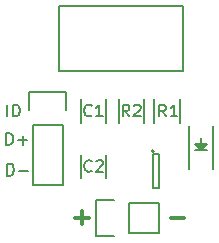
<source format=gbr>
G04 #@! TF.FileFunction,Legend,Top*
%FSLAX46Y46*%
G04 Gerber Fmt 4.6, Leading zero omitted, Abs format (unit mm)*
G04 Created by KiCad (PCBNEW 4.0.2-stable) date 3/23/2016 4:19:06 PM*
%MOMM*%
G01*
G04 APERTURE LIST*
%ADD10C,0.100000*%
%ADD11C,0.300000*%
%ADD12C,0.200000*%
%ADD13C,0.150000*%
G04 APERTURE END LIST*
D10*
D11*
X174828572Y-99607143D02*
X175971429Y-99607143D01*
X166728572Y-99607143D02*
X167871429Y-99607143D01*
X167300000Y-100178571D02*
X167300000Y-99035714D01*
D12*
X160969048Y-96052381D02*
X160969048Y-95052381D01*
X161207143Y-95052381D01*
X161350001Y-95100000D01*
X161445239Y-95195238D01*
X161492858Y-95290476D01*
X161540477Y-95480952D01*
X161540477Y-95623810D01*
X161492858Y-95814286D01*
X161445239Y-95909524D01*
X161350001Y-96004762D01*
X161207143Y-96052381D01*
X160969048Y-96052381D01*
X161969048Y-95671429D02*
X162730953Y-95671429D01*
X160919048Y-93452381D02*
X160919048Y-92452381D01*
X161157143Y-92452381D01*
X161300001Y-92500000D01*
X161395239Y-92595238D01*
X161442858Y-92690476D01*
X161490477Y-92880952D01*
X161490477Y-93023810D01*
X161442858Y-93214286D01*
X161395239Y-93309524D01*
X161300001Y-93404762D01*
X161157143Y-93452381D01*
X160919048Y-93452381D01*
X161919048Y-93071429D02*
X162680953Y-93071429D01*
X162300001Y-93452381D02*
X162300001Y-92690476D01*
X161000000Y-91052381D02*
X161000000Y-90052381D01*
X161476190Y-91052381D02*
X161476190Y-90052381D01*
X161714285Y-90052381D01*
X161857143Y-90100000D01*
X161952381Y-90195238D01*
X162000000Y-90290476D01*
X162047619Y-90480952D01*
X162047619Y-90623810D01*
X162000000Y-90814286D01*
X161952381Y-90909524D01*
X161857143Y-91004762D01*
X161714285Y-91052381D01*
X161476190Y-91052381D01*
D13*
X163130000Y-91770000D02*
X163130000Y-96850000D01*
X163130000Y-96850000D02*
X165670000Y-96850000D01*
X165670000Y-96850000D02*
X165670000Y-91770000D01*
X165950000Y-88950000D02*
X165950000Y-90500000D01*
X165670000Y-91770000D02*
X163130000Y-91770000D01*
X162850000Y-90500000D02*
X162850000Y-88950000D01*
X162850000Y-88950000D02*
X165950000Y-88950000D01*
X171320000Y-98380000D02*
X173860000Y-98380000D01*
X168500000Y-98100000D02*
X170050000Y-98100000D01*
X171320000Y-98380000D02*
X171320000Y-100920000D01*
X170050000Y-101200000D02*
X168500000Y-101200000D01*
X168500000Y-101200000D02*
X168500000Y-98100000D01*
X171320000Y-100920000D02*
X173860000Y-100920000D01*
X173860000Y-100920000D02*
X173860000Y-98380000D01*
X173400000Y-94000000D02*
G75*
G03X173400000Y-94000000I-100000J0D01*
G01*
X173850000Y-94250000D02*
X173350000Y-94250000D01*
X173850000Y-97150000D02*
X173850000Y-94250000D01*
X173350000Y-97150000D02*
X173850000Y-97150000D01*
X173350000Y-94250000D02*
X173350000Y-97150000D01*
X169375000Y-89600000D02*
X169375000Y-91600000D01*
X167225000Y-91600000D02*
X167225000Y-89600000D01*
X169375000Y-94300000D02*
X169375000Y-96300000D01*
X167225000Y-96300000D02*
X167225000Y-94300000D01*
X173425000Y-91600000D02*
X173425000Y-89600000D01*
X175575000Y-89600000D02*
X175575000Y-91600000D01*
X172575000Y-89600000D02*
X172575000Y-91600000D01*
X170425000Y-91600000D02*
X170425000Y-89600000D01*
X178450000Y-95500000D02*
X178450000Y-91900000D01*
X176350000Y-95500000D02*
X176350000Y-91900000D01*
X177100000Y-93450000D02*
X177700000Y-93450000D01*
X177700000Y-93450000D02*
X177400000Y-93750000D01*
X177400000Y-93750000D02*
X177200000Y-93550000D01*
X177200000Y-93550000D02*
X177450000Y-93550000D01*
X177450000Y-93550000D02*
X177400000Y-93600000D01*
X176900000Y-93850000D02*
X177900000Y-93850000D01*
X177400000Y-93350000D02*
X177400000Y-92850000D01*
X177400000Y-93850000D02*
X176900000Y-93350000D01*
X176900000Y-93350000D02*
X177900000Y-93350000D01*
X177900000Y-93350000D02*
X177400000Y-93850000D01*
X165910000Y-87230000D02*
X165410000Y-87230000D01*
X165410000Y-87230000D02*
X165410000Y-81730000D01*
X165410000Y-81730000D02*
X175910000Y-81730000D01*
X175910000Y-81730000D02*
X175910000Y-87230000D01*
X175910000Y-87230000D02*
X165910000Y-87230000D01*
X168133334Y-90957143D02*
X168085715Y-91004762D01*
X167942858Y-91052381D01*
X167847620Y-91052381D01*
X167704762Y-91004762D01*
X167609524Y-90909524D01*
X167561905Y-90814286D01*
X167514286Y-90623810D01*
X167514286Y-90480952D01*
X167561905Y-90290476D01*
X167609524Y-90195238D01*
X167704762Y-90100000D01*
X167847620Y-90052381D01*
X167942858Y-90052381D01*
X168085715Y-90100000D01*
X168133334Y-90147619D01*
X169085715Y-91052381D02*
X168514286Y-91052381D01*
X168800000Y-91052381D02*
X168800000Y-90052381D01*
X168704762Y-90195238D01*
X168609524Y-90290476D01*
X168514286Y-90338095D01*
X168133334Y-95657143D02*
X168085715Y-95704762D01*
X167942858Y-95752381D01*
X167847620Y-95752381D01*
X167704762Y-95704762D01*
X167609524Y-95609524D01*
X167561905Y-95514286D01*
X167514286Y-95323810D01*
X167514286Y-95180952D01*
X167561905Y-94990476D01*
X167609524Y-94895238D01*
X167704762Y-94800000D01*
X167847620Y-94752381D01*
X167942858Y-94752381D01*
X168085715Y-94800000D01*
X168133334Y-94847619D01*
X168514286Y-94847619D02*
X168561905Y-94800000D01*
X168657143Y-94752381D01*
X168895239Y-94752381D01*
X168990477Y-94800000D01*
X169038096Y-94847619D01*
X169085715Y-94942857D01*
X169085715Y-95038095D01*
X169038096Y-95180952D01*
X168466667Y-95752381D01*
X169085715Y-95752381D01*
X174433334Y-91052381D02*
X174100000Y-90576190D01*
X173861905Y-91052381D02*
X173861905Y-90052381D01*
X174242858Y-90052381D01*
X174338096Y-90100000D01*
X174385715Y-90147619D01*
X174433334Y-90242857D01*
X174433334Y-90385714D01*
X174385715Y-90480952D01*
X174338096Y-90528571D01*
X174242858Y-90576190D01*
X173861905Y-90576190D01*
X175385715Y-91052381D02*
X174814286Y-91052381D01*
X175100000Y-91052381D02*
X175100000Y-90052381D01*
X175004762Y-90195238D01*
X174909524Y-90290476D01*
X174814286Y-90338095D01*
X171333334Y-91052381D02*
X171000000Y-90576190D01*
X170761905Y-91052381D02*
X170761905Y-90052381D01*
X171142858Y-90052381D01*
X171238096Y-90100000D01*
X171285715Y-90147619D01*
X171333334Y-90242857D01*
X171333334Y-90385714D01*
X171285715Y-90480952D01*
X171238096Y-90528571D01*
X171142858Y-90576190D01*
X170761905Y-90576190D01*
X171714286Y-90147619D02*
X171761905Y-90100000D01*
X171857143Y-90052381D01*
X172095239Y-90052381D01*
X172190477Y-90100000D01*
X172238096Y-90147619D01*
X172285715Y-90242857D01*
X172285715Y-90338095D01*
X172238096Y-90480952D01*
X171666667Y-91052381D01*
X172285715Y-91052381D01*
M02*

</source>
